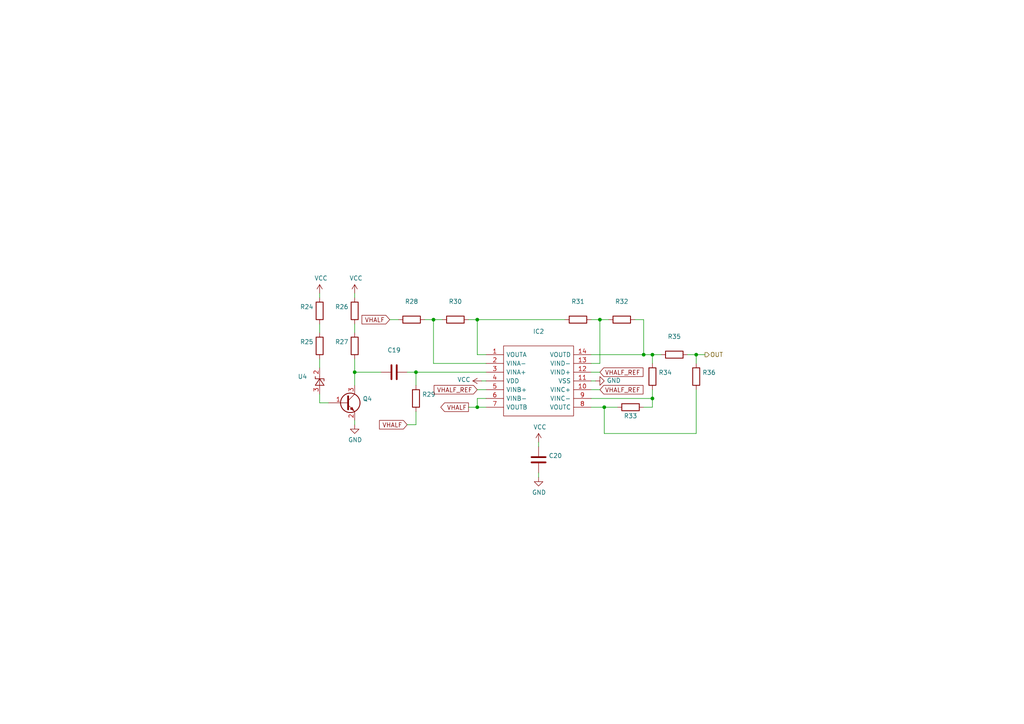
<source format=kicad_sch>
(kicad_sch (version 20211123) (generator eeschema)
  (paper "A4")
  (lib_symbols
    (symbol "Device:C" (pin_numbers hide) (pin_names (offset 0.254))
      (property "Reference" "C" (at 0.635 2.54 0))
      (property "Value" "C" (at 0.635 -2.54 0))
      (symbol "C_0_1"
        (polyline (pts (xy -2.032 -0.762) (xy 2.032 -0.762)) (stroke (width 0.508)))
        (polyline (pts (xy -2.032 0.762) (xy 2.032 0.762)) (stroke (width 0.508)))
      )
      (symbol "C_1_1"
        (pin passive line (at 0 3.81 270) (length 2.794) (name "~") (number "1"))
        (pin passive line (at 0 -3.81 90) (length 2.794) (name "~") (number "2"))
      )
    )
    (symbol "Device:R" (pin_numbers hide) (pin_names (offset 0))
      (property "Reference" "R" (at 2.032 0 90))
      (property "Value" "R" (at 0 0 90))
      (symbol "R_0_1"
        (rectangle (start -1.016 -2.54) (end 1.016 2.54) (stroke (width 0.254)))
      )
      (symbol "R_1_1"
        (pin passive line (at 0 3.81 270) (length 1.27) (name "~") (number "1"))
        (pin passive line (at 0 -3.81 90) (length 1.27) (name "~") (number "2"))
      )
    )
    (symbol "MCP6074-E_ST:MCP6074-E_ST" (pin_names (offset 0.762))
      (property "Reference" "IC" (at 26.67 7.62 0))
      (property "Value" "MCP6074-E_ST" (at 26.67 5.08 0))
      (symbol "MCP6074-E_ST_0_0"
        (pin output line (at 0 0 0) (length 5.08) (name "VOUTA") (number "1"))
        (pin input line (at 30.48 -10.16 180) (length 5.08) (name "VINC+") (number "10"))
        (pin power_in line (at 30.48 -7.62 180) (length 5.08) (name "VSS") (number "11"))
        (pin input line (at 30.48 -5.08 180) (length 5.08) (name "VIND+") (number "12"))
        (pin input line (at 30.48 -2.54 180) (length 5.08) (name "VIND-") (number "13"))
        (pin output line (at 30.48 0 180) (length 5.08) (name "VOUTD") (number "14"))
        (pin input line (at 0 -2.54 0) (length 5.08) (name "VINA-") (number "2"))
        (pin input line (at 0 -5.08 0) (length 5.08) (name "VINA+") (number "3"))
        (pin power_in line (at 0 -7.62 0) (length 5.08) (name "VDD") (number "4"))
        (pin input line (at 0 -10.16 0) (length 5.08) (name "VINB+") (number "5"))
        (pin input line (at 0 -12.7 0) (length 5.08) (name "VINB-") (number "6"))
        (pin output line (at 0 -15.24 0) (length 5.08) (name "VOUTB") (number "7"))
        (pin output line (at 30.48 -15.24 180) (length 5.08) (name "VOUTC") (number "8"))
        (pin input line (at 30.48 -12.7 180) (length 5.08) (name "VINC-") (number "9"))
      )
      (symbol "MCP6074-E_ST_0_1"
        (polyline (pts (xy 5.08 2.54) (xy 25.4 2.54) (xy 25.4 -17.78) (xy 5.08 -17.78) (xy 5.08 2.54)) (stroke (width 0.1524)))
      )
    )
    (symbol "Reference_Voltage:LM385BZ-1.2" (pin_names (offset 0.0254) hide)
      (property "Reference" "U" (at 0 2.54 0))
      (property "Value" "LM385BZ-1.2" (at 0 -3.175 0))
      (symbol "LM385BZ-1.2_0_1"
        (polyline (pts (xy -1.27 0) (xy 0 0) (xy 1.27 0)))
        (polyline (pts (xy -1.27 -1.27) (xy 0.635 0) (xy -1.27 1.27) (xy -1.27 -1.27)) (stroke (width 0.2032)))
        (polyline (pts (xy 0 -1.27) (xy 0.635 -1.27) (xy 0.635 1.27) (xy 1.27 1.27)) (stroke (width 0.2032)))
      )
      (symbol "LM385BZ-1.2_1_1"
        (pin passive line (at 3.81 0 180) (length 2.54) (name "K") (number "2"))
        (pin passive line (at -3.81 0 0) (length 2.54) (name "A") (number "3"))
      )
    )
    (symbol "Transistor_BJT:MMBT3904" (pin_names (offset 0) hide)
      (property "Reference" "Q" (at 5.08 1.905 0))
      (property "Value" "MMBT3904" (at 5.08 0 0))
      (symbol "MMBT3904_0_1"
        (polyline (pts (xy 0.635 0.635) (xy 2.54 2.54)))
        (polyline (pts (xy 0.635 -0.635) (xy 2.54 -2.54) (xy 2.54 -2.54)))
        (polyline (pts (xy 0.635 1.905) (xy 0.635 -1.905) (xy 0.635 -1.905)) (stroke (width 0.508)))
        (polyline (pts (xy 1.27 -1.778) (xy 1.778 -1.27) (xy 2.286 -2.286) (xy 1.27 -1.778) (xy 1.27 -1.778)) (fill (type outline)))
        (circle (center 1.27 0) (radius 2.8194) (stroke (width 0.254)))
      )
      (symbol "MMBT3904_1_1"
        (pin input line (at -5.08 0 0) (length 5.715) (name "B") (number "1"))
        (pin passive line (at 2.54 -5.08 90) (length 2.54) (name "E") (number "2"))
        (pin passive line (at 2.54 5.08 270) (length 2.54) (name "C") (number "3"))
      )
    )
    (symbol "power:GND" (power) (pin_names (offset 0))
      (property "Value" "GND" (at 0 -3.81 0))
      (symbol "GND_0_1"
        (polyline (pts (xy 0 0) (xy 0 -1.27) (xy 1.27 -1.27) (xy 0 -2.54) (xy -1.27 -1.27) (xy 0 -1.27)))
      )
      (symbol "GND_1_1"
        (pin power_in line (at 0 0 270) (length 0) hide (name "GND") (number "1"))
      )
    )
    (symbol "power:VCC" (power) (pin_names (offset 0))
      (property "Value" "VCC" (at 0 3.81 0))
      (symbol "VCC_0_1"
        (polyline (pts (xy -0.762 1.27) (xy 0 2.54)))
        (polyline (pts (xy 0 0) (xy 0 2.54)))
        (polyline (pts (xy 0 2.54) (xy 0.762 1.27)))
      )
      (symbol "VCC_1_1"
        (pin power_in line (at 0 0 90) (length 0) hide (name "VCC") (number "1"))
      )
    )
  )
  (junction (at 189.23 115.57))
  (junction (at 138.43 92.71))
  (junction (at 173.99 92.71))
  (junction (at 138.43 118.11))
  (junction (at 186.69 102.87))
  (junction (at 120.65 107.95))
  (junction (at 175.26 118.11))
  (junction (at 125.73 92.71))
  (junction (at 189.23 102.87))
  (junction (at 102.87 107.95))
  (junction (at 201.93 102.87))
  (wire (pts (xy 125.73 105.41) (xy 140.97 105.41)))
  (wire (pts (xy 156.21 129.54) (xy 156.21 128.27)))
  (wire (pts (xy 118.11 123.19) (xy 120.65 123.19)))
  (wire (pts (xy 135.89 118.11) (xy 138.43 118.11)))
  (wire (pts (xy 125.73 105.41) (xy 125.73 92.71)))
  (wire (pts (xy 201.93 102.87) (xy 204.47 102.87)))
  (wire (pts (xy 118.11 107.95) (xy 120.65 107.95)))
  (wire (pts (xy 102.87 86.36) (xy 102.87 85.09)))
  (wire (pts (xy 120.65 107.95) (xy 120.65 111.76)))
  (wire (pts (xy 201.93 113.03) (xy 201.93 125.73)))
  (wire (pts (xy 123.19 92.71) (xy 125.73 92.71)))
  (wire (pts (xy 138.43 115.57) (xy 138.43 118.11)))
  (wire (pts (xy 189.23 113.03) (xy 189.23 115.57)))
  (wire (pts (xy 189.23 102.87) (xy 186.69 102.87)))
  (wire (pts (xy 176.53 92.71) (xy 173.99 92.71)))
  (wire (pts (xy 138.43 115.57) (xy 140.97 115.57)))
  (wire (pts (xy 138.43 92.71) (xy 163.83 92.71)))
  (wire (pts (xy 138.43 113.03) (xy 140.97 113.03)))
  (wire (pts (xy 138.43 118.11) (xy 140.97 118.11)))
  (wire (pts (xy 120.65 107.95) (xy 140.97 107.95)))
  (wire (pts (xy 92.71 104.14) (xy 92.71 106.68)))
  (wire (pts (xy 92.71 96.52) (xy 92.71 93.98)))
  (wire (pts (xy 102.87 107.95) (xy 102.87 104.14)))
  (wire (pts (xy 92.71 116.84) (xy 95.25 116.84)))
  (wire (pts (xy 102.87 107.95) (xy 110.49 107.95)))
  (wire (pts (xy 186.69 118.11) (xy 189.23 118.11)))
  (wire (pts (xy 139.7 110.49) (xy 140.97 110.49)))
  (wire (pts (xy 175.26 125.73) (xy 201.93 125.73)))
  (wire (pts (xy 138.43 92.71) (xy 138.43 102.87)))
  (wire (pts (xy 92.71 85.09) (xy 92.71 86.36)))
  (wire (pts (xy 113.03 92.71) (xy 115.57 92.71)))
  (wire (pts (xy 175.26 118.11) (xy 175.26 125.73)))
  (wire (pts (xy 171.45 115.57) (xy 189.23 115.57)))
  (wire (pts (xy 156.21 138.43) (xy 156.21 137.16)))
  (wire (pts (xy 171.45 118.11) (xy 175.26 118.11)))
  (wire (pts (xy 92.71 114.3) (xy 92.71 116.84)))
  (wire (pts (xy 102.87 93.98) (xy 102.87 96.52)))
  (wire (pts (xy 102.87 123.19) (xy 102.87 121.92)))
  (wire (pts (xy 189.23 105.41) (xy 189.23 102.87)))
  (wire (pts (xy 125.73 92.71) (xy 128.27 92.71)))
  (wire (pts (xy 175.26 118.11) (xy 179.07 118.11)))
  (wire (pts (xy 135.89 92.71) (xy 138.43 92.71)))
  (wire (pts (xy 186.69 92.71) (xy 186.69 102.87)))
  (wire (pts (xy 173.99 92.71) (xy 173.99 105.41)))
  (wire (pts (xy 171.45 105.41) (xy 173.99 105.41)))
  (wire (pts (xy 172.72 110.49) (xy 171.45 110.49)))
  (wire (pts (xy 120.65 119.38) (xy 120.65 123.19)))
  (wire (pts (xy 173.99 113.03) (xy 171.45 113.03)))
  (wire (pts (xy 173.99 107.95) (xy 171.45 107.95)))
  (wire (pts (xy 201.93 105.41) (xy 201.93 102.87)))
  (wire (pts (xy 199.39 102.87) (xy 201.93 102.87)))
  (wire (pts (xy 189.23 118.11) (xy 189.23 115.57)))
  (wire (pts (xy 184.15 92.71) (xy 186.69 92.71)))
  (wire (pts (xy 171.45 92.71) (xy 173.99 92.71)))
  (wire (pts (xy 102.87 111.76) (xy 102.87 107.95)))
  (wire (pts (xy 189.23 102.87) (xy 191.77 102.87)))
  (wire (pts (xy 140.97 102.87) (xy 138.43 102.87)))
  (wire (pts (xy 186.69 102.87) (xy 171.45 102.87)))
  (global_label "VHALF_REF" (shape input) (at 138.43 113.03 180) (property "Intersheet References" "${INTERSHEET_REFS}" (effects hide)))
  (global_label "VHALF_REF" (shape input) (at 173.99 107.95 0) (property "Intersheet References" "${INTERSHEET_REFS}" (effects hide)))
  (global_label "VHALF" (shape input) (at 118.11 123.19 180) (property "Intersheet References" "${INTERSHEET_REFS}" (effects hide)))
  (global_label "VHALF_REF" (shape input) (at 173.99 113.03 0) (property "Intersheet References" "${INTERSHEET_REFS}" (effects hide)))
  (global_label "VHALF" (shape output) (at 135.89 118.11 180) (property "Intersheet References" "${INTERSHEET_REFS}" (effects hide)))
  (global_label "VHALF" (shape input) (at 113.03 92.71 180) (property "Intersheet References" "${INTERSHEET_REFS}" (effects hide)))
  (hierarchical_label "OUT" (shape output) (at 204.47 102.87 0))
  (symbol (lib_id "Device:R") (at 92.71 90.17 0) (mirror y) (unit 1)
    (property "Reference" "R24" (at 90.932 89.0016 0) (effects (justify left)))
  )
  (symbol (lib_id "Device:R") (at 92.71 100.33 0) (mirror y) (unit 1)
    (property "Reference" "R25" (at 90.932 99.1616 0) (effects (justify left)))
  )
  (symbol (lib_id "power:VCC") (at 92.71 85.09 0) (unit 1)
    (property "Reference" "#PWR016" (effects hide))
  )
  (symbol (lib_id "Reference_Voltage:LM385BZ-1.2") (at 92.71 110.49 90) (unit 1)
    (property "Reference" "U4" (at 86.36 109.22 90) (effects (justify right)))
    (property "Datasheet" "http://www.onsemi.com/pub_link/Collateral/LM285-D.PDF" (effects hide))
  )
  (symbol (lib_id "Transistor_BJT:MMBT3904") (at 100.33 116.84 0) (unit 1)
    (property "Reference" "Q4" (at 105.1814 115.6716 0) (effects (justify left)))
    (property "Datasheet" "https://www.onsemi.com/pub/Collateral/2N3903-D.PDF" (effects hide))
  )
  (symbol (lib_id "power:GND") (at 102.87 123.19 0) (unit 1)
    (property "Reference" "#PWR018" (effects hide))
  )
  (symbol (lib_id "Device:R") (at 102.87 100.33 0) (mirror y) (unit 1)
    (property "Reference" "R27" (at 101.092 99.1616 0) (effects (justify left)))
  )
  (symbol (lib_id "power:VCC") (at 102.87 85.09 0) (unit 1)
    (property "Reference" "#PWR017" (effects hide))
  )
  (symbol (lib_id "Device:C") (at 114.3 107.95 270) (unit 1)
    (property "Reference" "C19" (at 114.3 101.5492 90))
  )
  (symbol (lib_id "Device:R") (at 120.65 115.57 0) (unit 1)
    (property "Reference" "R29" (at 122.428 114.4016 0) (effects (justify left)))
  )
  (symbol (lib_id "MCP6074-E_ST:MCP6074-E_ST") (at 140.97 102.87 0) (unit 1)
    (property "Reference" "IC2" (at 156.21 96.139 0))
    (property "Datasheet" "http://docs-emea.rs-online.com/webdocs/0db6/0900766b80db63d9.pdf" (effects hide))
    (property "Description" "Quad 1.8V 1.2MHz Op Amp, E temp" (effects hide))
    (property "Height" "1.75" (effects hide))
    (property "Manufacturer_Name" "Microchip" (effects hide))
    (property "Manufacturer_Part_Number" "MCP6074-E/ST" (effects hide))
    (property "Arrow Part Number" "MCP6074-E/ST" (effects hide))
    (property "Arrow Price/Stock" "https://www.arrow.com/en/products/mcp6074-eST/microchip-technology" (effects hide))
    (property "Mouser Part Number" "579-MCP6074-E/ST" (effects hide))
    (property "Mouser Price/Stock" "https://www.mouser.com/Search/Refine.aspx?Keyword=579-MCP6074-E%2FST" (effects hide))
  )
  (symbol (lib_id "power:VCC") (at 139.7 110.49 90) (unit 1)
    (property "Reference" "#PWR019" (effects hide))
  )
  (symbol (lib_id "power:VCC") (at 156.21 128.27 0) (unit 1)
    (property "Reference" "#PWR020" (effects hide))
  )
  (symbol (lib_id "Device:C") (at 156.21 133.35 0) (unit 1)
    (property "Reference" "C20" (at 159.131 132.1816 0) (effects (justify left)))
  )
  (symbol (lib_id "power:GND") (at 156.21 138.43 0) (unit 1)
    (property "Reference" "#PWR021" (effects hide))
  )
  (symbol (lib_id "Device:R") (at 132.08 92.71 270) (unit 1)
    (property "Reference" "R30" (at 132.08 87.4522 90))
  )
  (symbol (lib_id "Device:R") (at 119.38 92.71 90) (mirror x) (unit 1)
    (property "Reference" "R28" (at 119.38 87.4522 90))
  )
  (symbol (lib_id "power:GND") (at 172.72 110.49 90) (unit 1)
    (property "Reference" "#PWR022" (effects hide))
  )
  (symbol (lib_id "Device:R") (at 180.34 92.71 270) (unit 1)
    (property "Reference" "R32" (at 180.34 87.4522 90))
  )
  (symbol (lib_id "Device:R") (at 167.64 92.71 270) (unit 1)
    (property "Reference" "R31" (at 167.64 87.4522 90))
  )
  (symbol (lib_id "Device:R") (at 102.87 90.17 0) (mirror y) (unit 1)
    (property "Reference" "R26" (at 101.092 89.0016 0) (effects (justify left)))
  )
  (symbol (lib_id "Device:R") (at 201.93 109.22 0) (unit 1)
    (property "Reference" "R36" (at 203.708 108.0516 0) (effects (justify left)))
  )
  (symbol (lib_id "Device:R") (at 195.58 102.87 270) (unit 1)
    (property "Reference" "R35" (at 195.58 97.6122 90))
  )
  (symbol (lib_id "Device:R") (at 189.23 109.22 0) (unit 1)
    (property "Reference" "R34" (at 191.008 108.0516 0) (effects (justify left)))
  )
  (symbol (lib_id "Device:R") (at 182.88 118.11 270) (unit 1)
    (property "Reference" "R33" (at 182.88 120.65 90))
  )
)
</source>
